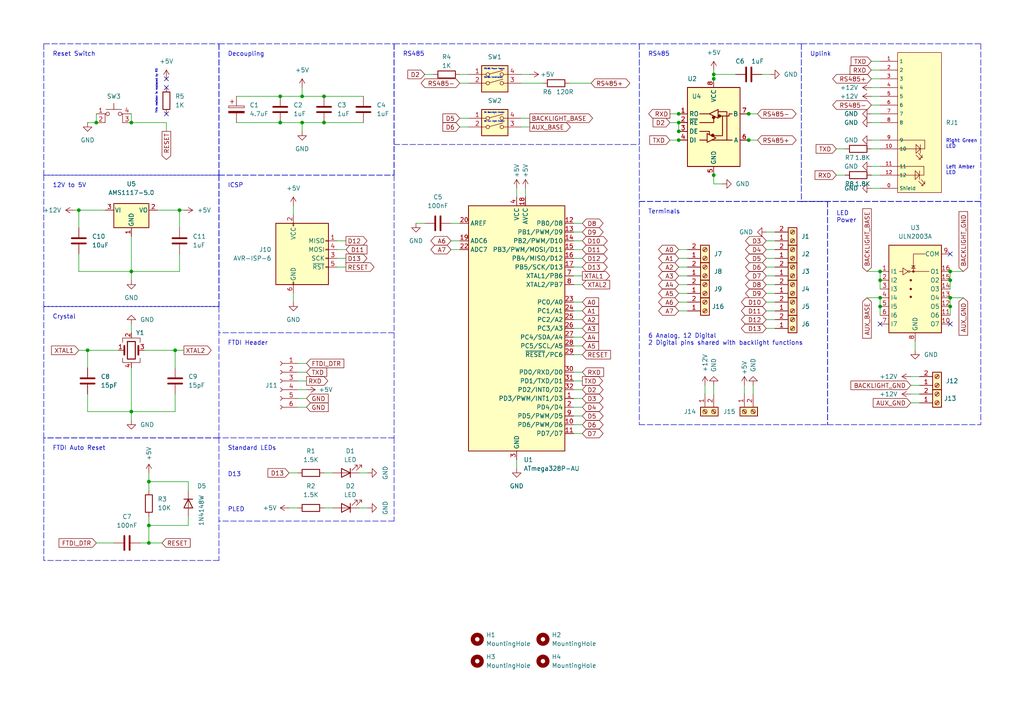
<source format=kicad_sch>
(kicad_sch (version 20211123) (generator eeschema)
  (paper "A4")
  (junction (at 52.07 60.96))
  (junction (at 207.01 50.8))
  (junction (at 81.28 27.94))
  (junction (at 196.85 38.1))
  (junction (at 93.98 35.56))
  (junction (at 255.27 88.9))
  (junction (at 196.85 40.64))
  (junction (at 255.27 78.74))
  (junction (at 93.98 27.94))
  (junction (at 207.01 21.59))
  (junction (at 217.17 40.64))
  (junction (at 207.01 22.86))
  (junction (at 38.1 35.56))
  (junction (at 196.85 33.02))
  (junction (at 43.18 152.4))
  (junction (at 22.86 60.96))
  (junction (at 275.59 78.74))
  (junction (at 275.59 86.36))
  (junction (at 196.85 35.56))
  (junction (at 38.1 78.74))
  (junction (at 43.18 157.48))
  (junction (at 87.63 35.56))
  (junction (at 255.27 86.36))
  (junction (at 275.59 81.28))
  (junction (at 255.27 81.28))
  (junction (at 217.17 33.02))
  (junction (at 25.4 101.6))
  (junction (at 275.59 88.9))
  (junction (at 50.8 101.6))
  (junction (at 38.1 119.38))
  (junction (at 87.63 27.94))
  (junction (at 43.18 139.7))
  (junction (at 81.28 35.56))
  (junction (at 27.94 35.56))
  (no_connect (at 48.26 22.86))
  (no_connect (at 275.59 73.66))
  (no_connect (at 275.59 93.98))
  (no_connect (at 255.27 93.98))
  (no_connect (at 48.26 33.02))
  (no_connect (at 48.26 25.4))
  (wire (pts (xy 168.91 82.55) (xy 166.37 82.55)))
  (wire (pts (xy 22.86 60.96) (xy 30.48 60.96)))
  (polyline (pts (xy 114.3 50.8) (xy 114.3 96.52)))
  (wire (pts (xy 22.86 78.74) (xy 38.1 78.74)))
  (wire (pts (xy 38.1 78.74) (xy 52.07 78.74)))
  (wire (pts (xy 252.73 25.4) (xy 255.27 25.4)))
  (wire (pts (xy 41.91 101.6) (xy 50.8 101.6)))
  (wire (pts (xy 104.14 147.32) (xy 106.68 147.32)))
  (wire (pts (xy 252.73 22.86) (xy 255.27 22.86)))
  (wire (pts (xy 168.91 102.87) (xy 166.37 102.87)))
  (polyline (pts (xy 63.5 50.8) (xy 114.3 50.8)))
  (wire (pts (xy 252.73 40.64) (xy 255.27 40.64)))
  (polyline (pts (xy 63.5 127) (xy 12.7 127)))
  (wire (pts (xy 54.61 152.4) (xy 43.18 152.4)))
  (wire (pts (xy 25.4 119.38) (xy 38.1 119.38)))
  (polyline (pts (xy 240.03 58.42) (xy 240.03 123.19)))
  (polyline (pts (xy 232.41 58.42) (xy 284.48 58.42)))
  (wire (pts (xy 251.46 86.36) (xy 255.27 86.36)))
  (polyline (pts (xy 12.7 50.8) (xy 12.7 88.9)))
  (polyline (pts (xy 185.42 58.42) (xy 185.42 123.19)))
  (wire (pts (xy 222.25 82.55) (xy 224.79 82.55)))
  (wire (pts (xy 43.18 139.7) (xy 43.18 142.24)))
  (wire (pts (xy 120.65 64.77) (xy 123.19 64.77)))
  (wire (pts (xy 196.85 72.39) (xy 199.39 72.39)))
  (polyline (pts (xy 114.3 41.91) (xy 185.42 41.91)))
  (polyline (pts (xy 240.03 123.19) (xy 284.48 123.19)))
  (wire (pts (xy 275.59 88.9) (xy 275.59 91.44)))
  (polyline (pts (xy 63.5 50.8) (xy 63.5 88.9)))
  (polyline (pts (xy 232.41 58.42) (xy 284.48 58.42)))
  (polyline (pts (xy 185.42 58.42) (xy 232.41 58.42)))
  (wire (pts (xy 43.18 157.48) (xy 43.18 152.4)))
  (wire (pts (xy 207.01 53.34) (xy 209.55 53.34)))
  (wire (pts (xy 166.37 95.25) (xy 168.91 95.25)))
  (wire (pts (xy 275.59 86.36) (xy 275.59 88.9)))
  (wire (pts (xy 97.79 77.47) (xy 100.33 77.47)))
  (wire (pts (xy 222.25 92.71) (xy 224.79 92.71)))
  (wire (pts (xy 93.98 35.56) (xy 105.41 35.56)))
  (polyline (pts (xy 63.5 127) (xy 12.7 127)))
  (wire (pts (xy 166.37 87.63) (xy 168.91 87.63)))
  (wire (pts (xy 207.01 20.32) (xy 207.01 21.59)))
  (wire (pts (xy 166.37 92.71) (xy 168.91 92.71)))
  (wire (pts (xy 81.28 27.94) (xy 87.63 27.94)))
  (wire (pts (xy 133.35 24.13) (xy 135.89 24.13)))
  (wire (pts (xy 242.57 50.8) (xy 245.11 50.8)))
  (polyline (pts (xy 12.7 88.9) (xy 63.5 88.9)))
  (wire (pts (xy 85.09 59.69) (xy 85.09 62.23)))
  (wire (pts (xy 22.86 60.96) (xy 22.86 66.04)))
  (wire (pts (xy 222.25 72.39) (xy 224.79 72.39)))
  (polyline (pts (xy 232.41 12.7) (xy 284.48 12.7)))
  (polyline (pts (xy 63.5 12.7) (xy 63.5 50.8)))
  (wire (pts (xy 25.4 35.56) (xy 27.94 35.56)))
  (wire (pts (xy 166.37 115.57) (xy 168.91 115.57)))
  (wire (pts (xy 87.63 25.4) (xy 87.63 27.94)))
  (wire (pts (xy 81.28 35.56) (xy 87.63 35.56)))
  (wire (pts (xy 255.27 78.74) (xy 255.27 81.28)))
  (wire (pts (xy 196.85 80.01) (xy 199.39 80.01)))
  (wire (pts (xy 43.18 139.7) (xy 54.61 139.7)))
  (wire (pts (xy 68.58 27.94) (xy 81.28 27.94)))
  (wire (pts (xy 166.37 72.39) (xy 168.91 72.39)))
  (wire (pts (xy 88.9 115.57) (xy 86.36 115.57)))
  (wire (pts (xy 196.85 82.55) (xy 199.39 82.55)))
  (wire (pts (xy 93.98 27.94) (xy 105.41 27.94)))
  (wire (pts (xy 171.45 24.13) (xy 165.1 24.13)))
  (wire (pts (xy 166.37 110.49) (xy 168.91 110.49)))
  (polyline (pts (xy 284.48 58.42) (xy 284.48 123.19)))
  (wire (pts (xy 215.9 111.76) (xy 215.9 114.3)))
  (wire (pts (xy 207.01 111.76) (xy 207.01 114.3)))
  (polyline (pts (xy 185.42 12.7) (xy 185.42 41.91)))
  (wire (pts (xy 21.59 60.96) (xy 22.86 60.96)))
  (wire (pts (xy 166.37 113.03) (xy 168.91 113.03)))
  (wire (pts (xy 87.63 35.56) (xy 93.98 35.56)))
  (polyline (pts (xy 63.5 12.7) (xy 63.5 50.8)))
  (wire (pts (xy 204.47 111.76) (xy 204.47 114.3)))
  (wire (pts (xy 50.8 119.38) (xy 38.1 119.38)))
  (wire (pts (xy 166.37 74.93) (xy 168.91 74.93)))
  (wire (pts (xy 25.4 114.3) (xy 25.4 119.38)))
  (wire (pts (xy 166.37 69.85) (xy 168.91 69.85)))
  (wire (pts (xy 43.18 137.16) (xy 43.18 139.7)))
  (wire (pts (xy 123.19 21.59) (xy 125.73 21.59)))
  (wire (pts (xy 207.01 21.59) (xy 207.01 22.86)))
  (wire (pts (xy 207.01 21.59) (xy 213.36 21.59)))
  (wire (pts (xy 279.4 78.74) (xy 275.59 78.74)))
  (wire (pts (xy 194.31 35.56) (xy 196.85 35.56)))
  (polyline (pts (xy 185.42 12.7) (xy 232.41 12.7)))
  (wire (pts (xy 87.63 35.56) (xy 87.63 38.1)))
  (wire (pts (xy 97.79 72.39) (xy 100.33 72.39)))
  (wire (pts (xy 207.01 50.8) (xy 207.01 53.34)))
  (wire (pts (xy 166.37 100.33) (xy 168.91 100.33)))
  (wire (pts (xy 43.18 152.4) (xy 43.18 149.86)))
  (polyline (pts (xy 232.41 12.7) (xy 232.41 58.42)))
  (wire (pts (xy 252.73 54.61) (xy 255.27 54.61)))
  (polyline (pts (xy 63.5 50.8) (xy 114.3 50.8)))
  (polyline (pts (xy 114.3 151.13) (xy 63.5 151.13)))
  (wire (pts (xy 50.8 114.3) (xy 50.8 119.38)))
  (polyline (pts (xy 12.7 88.9) (xy 12.7 127)))
  (wire (pts (xy 196.85 35.56) (xy 196.85 38.1)))
  (polyline (pts (xy 114.3 127) (xy 114.3 151.13)))
  (wire (pts (xy 52.07 60.96) (xy 53.34 60.96)))
  (wire (pts (xy 97.79 74.93) (xy 100.33 74.93)))
  (polyline (pts (xy 114.3 96.52) (xy 63.5 96.52)))
  (wire (pts (xy 27.94 157.48) (xy 33.02 157.48)))
  (wire (pts (xy 25.4 101.6) (xy 25.4 106.68)))
  (wire (pts (xy 87.63 27.94) (xy 93.98 27.94)))
  (wire (pts (xy 265.43 99.06) (xy 265.43 101.6)))
  (wire (pts (xy 196.85 87.63) (xy 199.39 87.63)))
  (wire (pts (xy 194.31 40.64) (xy 196.85 40.64)))
  (wire (pts (xy 38.1 68.58) (xy 38.1 78.74)))
  (wire (pts (xy 153.67 21.59) (xy 151.13 21.59)))
  (wire (pts (xy 222.25 69.85) (xy 224.79 69.85)))
  (polyline (pts (xy 63.5 50.8) (xy 12.7 50.8)))
  (wire (pts (xy 151.13 24.13) (xy 157.48 24.13)))
  (wire (pts (xy 130.81 69.85) (xy 133.35 69.85)))
  (polyline (pts (xy 63.5 88.9) (xy 12.7 88.9)))
  (wire (pts (xy 54.61 149.86) (xy 54.61 152.4)))
  (wire (pts (xy 149.86 54.61) (xy 149.86 57.15)))
  (wire (pts (xy 52.07 78.74) (xy 52.07 73.66)))
  (wire (pts (xy 196.85 85.09) (xy 199.39 85.09)))
  (wire (pts (xy 222.25 74.93) (xy 224.79 74.93)))
  (wire (pts (xy 222.25 95.25) (xy 224.79 95.25)))
  (wire (pts (xy 38.1 106.68) (xy 38.1 119.38)))
  (wire (pts (xy 222.25 77.47) (xy 224.79 77.47)))
  (wire (pts (xy 68.58 35.56) (xy 81.28 35.56)))
  (wire (pts (xy 252.73 20.32) (xy 255.27 20.32)))
  (wire (pts (xy 222.25 80.01) (xy 224.79 80.01)))
  (wire (pts (xy 38.1 33.02) (xy 38.1 35.56)))
  (wire (pts (xy 166.37 97.79) (xy 168.91 97.79)))
  (wire (pts (xy 251.46 78.74) (xy 255.27 78.74)))
  (polyline (pts (xy 114.3 12.7) (xy 114.3 50.8)))
  (polyline (pts (xy 114.3 12.7) (xy 185.42 12.7)))
  (wire (pts (xy 83.82 147.32) (xy 86.36 147.32)))
  (polyline (pts (xy 12.7 127) (xy 12.7 162.56)))
  (wire (pts (xy 88.9 118.11) (xy 86.36 118.11)))
  (wire (pts (xy 264.16 114.3) (xy 266.7 114.3)))
  (wire (pts (xy 166.37 90.17) (xy 168.91 90.17)))
  (wire (pts (xy 93.98 147.32) (xy 96.52 147.32)))
  (wire (pts (xy 255.27 86.36) (xy 255.27 88.9)))
  (wire (pts (xy 166.37 120.65) (xy 168.91 120.65)))
  (wire (pts (xy 83.82 137.16) (xy 86.36 137.16)))
  (wire (pts (xy 252.73 43.18) (xy 255.27 43.18)))
  (wire (pts (xy 151.13 34.29) (xy 153.67 34.29)))
  (wire (pts (xy 275.59 81.28) (xy 275.59 83.82)))
  (polyline (pts (xy 63.5 50.8) (xy 63.5 88.9)))
  (wire (pts (xy 218.44 111.76) (xy 218.44 114.3)))
  (wire (pts (xy 252.73 48.26) (xy 255.27 48.26)))
  (wire (pts (xy 279.4 86.36) (xy 275.59 86.36)))
  (wire (pts (xy 54.61 142.24) (xy 54.61 139.7)))
  (wire (pts (xy 252.73 35.56) (xy 255.27 35.56)))
  (polyline (pts (xy 63.5 162.56) (xy 12.7 162.56)))
  (wire (pts (xy 196.85 74.93) (xy 199.39 74.93)))
  (wire (pts (xy 220.98 21.59) (xy 223.52 21.59)))
  (wire (pts (xy 85.09 85.09) (xy 85.09 87.63)))
  (wire (pts (xy 196.85 77.47) (xy 199.39 77.47)))
  (wire (pts (xy 133.35 36.83) (xy 135.89 36.83)))
  (wire (pts (xy 264.16 109.22) (xy 266.7 109.22)))
  (wire (pts (xy 45.72 60.96) (xy 52.07 60.96)))
  (wire (pts (xy 264.16 111.76) (xy 266.7 111.76)))
  (wire (pts (xy 166.37 125.73) (xy 168.91 125.73)))
  (polyline (pts (xy 185.42 58.42) (xy 240.03 58.42)))
  (wire (pts (xy 151.13 36.83) (xy 153.67 36.83)))
  (wire (pts (xy 217.17 33.02) (xy 219.71 33.02)))
  (wire (pts (xy 38.1 78.74) (xy 38.1 81.28)))
  (wire (pts (xy 50.8 101.6) (xy 53.34 101.6)))
  (wire (pts (xy 194.31 33.02) (xy 196.85 33.02)))
  (wire (pts (xy 22.86 78.74) (xy 22.86 73.66)))
  (wire (pts (xy 149.86 133.35) (xy 149.86 135.89)))
  (wire (pts (xy 130.81 72.39) (xy 133.35 72.39)))
  (wire (pts (xy 222.25 67.31) (xy 224.79 67.31)))
  (wire (pts (xy 255.27 88.9) (xy 255.27 91.44)))
  (polyline (pts (xy 63.5 12.7) (xy 114.3 12.7)))
  (wire (pts (xy 166.37 118.11) (xy 168.91 118.11)))
  (wire (pts (xy 196.85 90.17) (xy 199.39 90.17)))
  (wire (pts (xy 252.73 27.94) (xy 255.27 27.94)))
  (wire (pts (xy 222.25 85.09) (xy 224.79 85.09)))
  (polyline (pts (xy 240.03 58.42) (xy 240.03 123.19)))
  (wire (pts (xy 133.35 34.29) (xy 135.89 34.29)))
  (wire (pts (xy 48.26 35.56) (xy 48.26 38.1)))
  (wire (pts (xy 38.1 119.38) (xy 38.1 121.92)))
  (wire (pts (xy 264.16 116.84) (xy 266.7 116.84)))
  (polyline (pts (xy 63.5 88.9) (xy 63.5 127)))
  (wire (pts (xy 168.91 80.01) (xy 166.37 80.01)))
  (wire (pts (xy 166.37 77.47) (xy 168.91 77.47)))
  (polyline (pts (xy 12.7 12.7) (xy 12.7 50.8)))
  (wire (pts (xy 255.27 81.28) (xy 255.27 83.82)))
  (polyline (pts (xy 114.3 12.7) (xy 114.3 50.8)))
  (wire (pts (xy 217.17 40.64) (xy 219.71 40.64)))
  (wire (pts (xy 222.25 87.63) (xy 224.79 87.63)))
  (wire (pts (xy 130.81 64.77) (xy 133.35 64.77)))
  (polyline (pts (xy 12.7 12.7) (xy 63.5 12.7)))
  (wire (pts (xy 275.59 78.74) (xy 275.59 81.28)))
  (wire (pts (xy 52.07 60.96) (xy 52.07 66.04)))
  (wire (pts (xy 38.1 35.56) (xy 48.26 35.56)))
  (wire (pts (xy 252.73 50.8) (xy 255.27 50.8)))
  (wire (pts (xy 133.35 21.59) (xy 135.89 21.59)))
  (polyline (pts (xy 63.5 127) (xy 63.5 162.56)))
  (wire (pts (xy 88.9 105.41) (xy 86.36 105.41)))
  (wire (pts (xy 222.25 90.17) (xy 224.79 90.17)))
  (wire (pts (xy 43.18 157.48) (xy 46.99 157.48)))
  (wire (pts (xy 166.37 107.95) (xy 168.91 107.95)))
  (wire (pts (xy 27.94 33.02) (xy 27.94 35.56)))
  (wire (pts (xy 252.73 17.78) (xy 255.27 17.78)))
  (polyline (pts (xy 185.42 123.19) (xy 240.03 123.19)))
  (wire (pts (xy 104.14 137.16) (xy 106.68 137.16)))
  (wire (pts (xy 93.98 137.16) (xy 96.52 137.16)))
  (polyline (pts (xy 185.42 12.7) (xy 185.42 58.42)))
  (wire (pts (xy 25.4 101.6) (xy 34.29 101.6)))
  (wire (pts (xy 97.79 69.85) (xy 100.33 69.85)))
  (wire (pts (xy 22.86 101.6) (xy 25.4 101.6)))
  (wire (pts (xy 50.8 101.6) (xy 50.8 106.68)))
  (polyline (pts (xy 114.3 127) (xy 63.5 127)))
  (wire (pts (xy 166.37 123.19) (xy 168.91 123.19)))
  (wire (pts (xy 252.73 30.48) (xy 255.27 30.48)))
  (polyline (pts (xy 232.41 12.7) (xy 232.41 58.42)))
  (wire (pts (xy 88.9 110.49) (xy 86.36 110.49)))
  (wire (pts (xy 252.73 33.02) (xy 255.27 33.02)))
  (wire (pts (xy 242.57 43.18) (xy 245.11 43.18)))
  (wire (pts (xy 40.64 157.48) (xy 43.18 157.48)))
  (wire (pts (xy 38.1 93.98) (xy 38.1 96.52)))
  (wire (pts (xy 166.37 64.77) (xy 168.91 64.77)))
  (wire (pts (xy 88.9 107.95) (xy 86.36 107.95)))
  (polyline (pts (xy 12.7 50.8) (xy 63.5 50.8)))
  (wire (pts (xy 88.9 113.03) (xy 86.36 113.03)))
  (polyline (pts (xy 284.48 12.7) (xy 284.48 58.42)))
  (polyline (pts (xy 114.3 96.52) (xy 114.3 127)))
  (wire (pts (xy 166.37 67.31) (xy 168.91 67.31)))
  (wire (pts (xy 152.4 54.61) (xy 152.4 57.15)))
  (text "RS485" (at 187.96 16.51 0) (effects (font (size 1.27 1.27)) (justify left bottom)))
  (text "Decoupling" (at 66.04 16.51 0) (effects (font (size 1.27 1.27)) (justify left bottom)))
  (text "Left Amber\nLED" (at 274.32 50.8 0) (effects (font (size 1.016 1.016)) (justify left bottom)))
  (text "D13" (at 66.04 138.43 0) (effects (font (size 1.27 1.27)) (justify left bottom)))
  (text "12V to 5V" (at 15.24 54.61 0) (effects (font (size 1.27 1.27)) (justify left bottom)))
  (text "Uplink" (at 234.95 16.51 0) (effects (font (size 1.27 1.27)) (justify left bottom)))
  (text "D5 Backlight Enable" (at 140.335 33.02 0) (effects (font (size 0.381 0.381)) (justify left bottom)))
  (text "RS485 Power Toggle" (at 140.335 20.32 0) (effects (font (size 0.381 0.381)) (justify left bottom)))
  (text "RS485" (at 116.84 16.51 0) (effects (font (size 1.27 1.27)) (justify left bottom)))
  (text "6 Analog, 12 Digital\n2 Digital pins shared with backlight functions" (at 187.96 100.33 0) (effects (font (size 1.27 1.27)) (justify left bottom)))
  (text "Terminals" (at 187.96 62.23 0) (effects (font (size 1.27 1.27)) (justify left bottom)))
  (text "RS485 Termination" (at 140.335 22.86 0) (effects (font (size 0.381 0.381)) (justify left bottom)))
  (text "PLED" (at 66.04 148.59 0) (effects (font (size 1.27 1.27)) (justify left bottom)))
  (text "FTDI Header" (at 66.04 100.33 0) (effects (font (size 1.27 1.27)) (justify left bottom)))
  (text "D6 Aux Light Enable" (at 140.335 35.56 0) (effects (font (size 0.381 0.381)) (justify left bottom)))
  (text "Standard LEDs" (at 66.04 130.81 0) (effects (font (size 1.27 1.27)) (justify left bottom)))
  (text "LED\nPower" (at 242.57 64.77 0) (effects (font (size 1.27 1.27)) (justify left bottom)))
  (text "Right Green\nLED" (at 274.32 43.18 0) (effects (font (size 1.016 1.016)) (justify left bottom)))
  (text "FTDI Auto Reset" (at 15.24 130.81 0) (effects (font (size 1.27 1.27)) (justify left bottom)))
  (text "Reset Switch" (at 15.24 16.51 0) (effects (font (size 1.27 1.27)) (justify left bottom)))
  (text "Crystal" (at 15.24 92.71 0) (effects (font (size 1.27 1.27)) (justify left bottom)))
  (text "ICSP" (at 66.04 54.61 0) (effects (font (size 1.27 1.27)) (justify left bottom)))
  (text "This resistor is replaced by R3" (at 45.72 33.02 90) (effects (font (size 0.54 0.54)) (justify left bottom)))
  (global_label "A1" (shape input) (at 168.91 90.17 0) (property "Intersheet References" "${INTERSHEET_REFS}" (effects hide)))
  (global_label "A1" (shape bidirectional) (at 196.85 74.93 180) (property "Intersheet References" "${INTERSHEET_REFS}" (effects hide)))
  (global_label "RXD" (shape output) (at 88.9 110.49 0) (property "Intersheet References" "${INTERSHEET_REFS}" (effects hide)))
  (global_label "RXD" (shape input) (at 168.91 107.95 0) (property "Intersheet References" "${INTERSHEET_REFS}" (effects hide)))
  (global_label "D11" (shape bidirectional) (at 222.25 90.17 180) (property "Intersheet References" "${INTERSHEET_REFS}" (effects hide)))
  (global_label "D6" (shape bidirectional) (at 222.25 77.47 180) (property "Intersheet References" "${INTERSHEET_REFS}" (effects hide)))
  (global_label "D8" (shape bidirectional) (at 222.25 82.55 180) (property "Intersheet References" "${INTERSHEET_REFS}" (effects hide)))
  (global_label "D11" (shape bidirectional) (at 168.91 72.39 0) (property "Intersheet References" "${INTERSHEET_REFS}" (effects hide)))
  (global_label "A2" (shape bidirectional) (at 196.85 77.47 180) (property "Intersheet References" "${INTERSHEET_REFS}" (effects hide)))
  (global_label "D12" (shape bidirectional) (at 168.91 74.93 0) (property "Intersheet References" "${INTERSHEET_REFS}" (effects hide)))
  (global_label "XTAL1" (shape input) (at 22.86 101.6 180) (property "Intersheet References" "${INTERSHEET_REFS}" (effects hide)))
  (global_label "A7" (shape bidirectional) (at 196.85 90.17 180) (property "Intersheet References" "${INTERSHEET_REFS}" (effects hide)))
  (global_label "D4" (shape bidirectional) (at 222.25 72.39 180) (property "Intersheet References" "${INTERSHEET_REFS}" (effects hide)))
  (global_label "A3" (shape input) (at 168.91 95.25 0) (property "Intersheet References" "${INTERSHEET_REFS}" (effects hide)))
  (global_label "D9" (shape bidirectional) (at 222.25 85.09 180) (property "Intersheet References" "${INTERSHEET_REFS}" (effects hide)))
  (global_label "GND" (shape input) (at 88.9 115.57 0) (property "Intersheet References" "${INTERSHEET_REFS}" (effects hide)))
  (global_label "BACKLIGHT_BASE" (shape input) (at 251.46 78.74 90) (property "Intersheet References" "${INTERSHEET_REFS}" (effects hide)))
  (global_label "A6" (shape bidirectional) (at 130.81 69.85 180) (property "Intersheet References" "${INTERSHEET_REFS}" (effects hide)))
  (global_label "D13" (shape input) (at 83.82 137.16 180) (property "Intersheet References" "${INTERSHEET_REFS}" (effects hide)))
  (global_label "D2" (shape input) (at 194.31 35.56 180) (property "Intersheet References" "${INTERSHEET_REFS}" (effects hide)))
  (global_label "TXD" (shape input) (at 242.57 43.18 180) (property "Intersheet References" "${INTERSHEET_REFS}" (effects hide)))
  (global_label "RESET" (shape input) (at 168.91 102.87 0) (property "Intersheet References" "${INTERSHEET_REFS}" (effects hide)))
  (global_label "A4" (shape input) (at 168.91 97.79 0) (property "Intersheet References" "${INTERSHEET_REFS}" (effects hide)))
  (global_label "AUX_BASE" (shape output) (at 153.67 36.83 0) (property "Intersheet References" "${INTERSHEET_REFS}" (effects hide)))
  (global_label "FTDI_DTR" (shape input) (at 88.9 105.41 0) (property "Intersheet References" "${INTERSHEET_REFS}" (effects hide)))
  (global_label "RS485-" (shape bidirectional) (at 133.35 24.13 180) (property "Intersheet References" "${INTERSHEET_REFS}" (effects hide)))
  (global_label "FTDI_DTR" (shape input) (at 27.94 157.48 180) (property "Intersheet References" "${INTERSHEET_REFS}" (effects hide)))
  (global_label "AUX_GND" (shape input) (at 264.16 116.84 180) (property "Intersheet References" "${INTERSHEET_REFS}" (effects hide)))
  (global_label "A4" (shape bidirectional) (at 196.85 82.55 180) (property "Intersheet References" "${INTERSHEET_REFS}" (effects hide)))
  (global_label "RS485-" (shape bidirectional) (at 252.73 30.48 180) (property "Intersheet References" "${INTERSHEET_REFS}" (effects hide)))
  (global_label "D10" (shape bidirectional) (at 222.25 87.63 180) (property "Intersheet References" "${INTERSHEET_REFS}" (effects hide)))
  (global_label "D7" (shape bidirectional) (at 168.91 125.73 0) (property "Intersheet References" "${INTERSHEET_REFS}" (effects hide)))
  (global_label "A6" (shape bidirectional) (at 196.85 87.63 180) (property "Intersheet References" "${INTERSHEET_REFS}" (effects hide)))
  (global_label "BACKLIGHT_GND" (shape input) (at 264.16 111.76 180) (property "Intersheet References" "${INTERSHEET_REFS}" (effects hide)))
  (global_label "D13" (shape bidirectional) (at 168.91 77.47 0) (property "Intersheet References" "${INTERSHEET_REFS}" (effects hide)))
  (global_label "A0" (shape bidirectional) (at 196.85 72.39 180) (property "Intersheet References" "${INTERSHEET_REFS}" (effects hide)))
  (global_label "XTAL1" (shape output) (at 168.91 80.01 0) (property "Intersheet References" "${INTERSHEET_REFS}" (effects hide)))
  (global_label "D5" (shape bidirectional) (at 222.25 74.93 180) (property "Intersheet References" "${INTERSHEET_REFS}" (effects hide)))
  (global_label "RESET" (shape input) (at 46.99 157.48 0) (property "Intersheet References" "${INTERSHEET_REFS}" (effects hide)))
  (global_label "D13" (shape output) (at 100.33 74.93 0) (property "Intersheet References" "${INTERSHEET_REFS}" (effects hide)))
  (global_label "D3" (shape bidirectional) (at 168.91 115.57 0) (property "Intersheet References" "${INTERSHEET_REFS}" (effects hide)))
  (global_label "A5" (shape bidirectional) (at 196.85 85.09 180) (property "Intersheet References" "${INTERSHEET_REFS}" (effects hide)))
  (global_label "RS485+" (shape bidirectional) (at 171.45 24.13 0) (property "Intersheet References" "${INTERSHEET_REFS}" (effects hide)))
  (global_label "D10" (shape bidirectional) (at 168.91 69.85 0) (property "Intersheet References" "${INTERSHEET_REFS}" (effects hide)))
  (global_label "D5" (shape bidirectional) (at 168.91 120.65 0) (property "Intersheet References" "${INTERSHEET_REFS}" (effects hide)))
  (global_label "D11" (shape input) (at 100.33 72.39 0) (property "Intersheet References" "${INTERSHEET_REFS}" (effects hide)))
  (global_label "A3" (shape bidirectional) (at 196.85 80.01 180) (property "Intersheet References" "${INTERSHEET_REFS}" (effects hide)))
  (global_label "D9" (shape bidirectional) (at 168.91 67.31 0) (property "Intersheet References" "${INTERSHEET_REFS}" (effects hide)))
  (global_label "XTAL2" (shape input) (at 168.91 82.55 0) (property "Intersheet References" "${INTERSHEET_REFS}" (effects hide)))
  (global_label "GND" (shape input) (at 88.9 118.11 0) (property "Intersheet References" "${INTERSHEET_REFS}" (effects hide)))
  (global_label "A5" (shape input) (at 168.91 100.33 0) (property "Intersheet References" "${INTERSHEET_REFS}" (effects hide)))
  (global_label "RS485+" (shape bidirectional) (at 219.71 40.64 0) (property "Intersheet References" "${INTERSHEET_REFS}" (effects hide)))
  (global_label "D13" (shape bidirectional) (at 222.25 95.25 180) (property "Intersheet References" "${INTERSHEET_REFS}" (effects hide)))
  (global_label "RXD" (shape input) (at 242.57 50.8 180) (property "Intersheet References" "${INTERSHEET_REFS}" (effects hide)))
  (global_label "D5" (shape input) (at 133.35 34.29 180) (property "Intersheet References" "${INTERSHEET_REFS}" (effects hide)))
  (global_label "TXD" (shape output) (at 168.91 110.49 0) (property "Intersheet References" "${INTERSHEET_REFS}" (effects hide)))
  (global_label "D2" (shape input) (at 123.19 21.59 180) (property "Intersheet References" "${INTERSHEET_REFS}" (effects hide)))
  (global_label "D6" (shape input) (at 133.35 36.83 180) (property "Intersheet References" "${INTERSHEET_REFS}" (effects hide)))
  (global_label "D12" (shape bidirectional) (at 222.25 92.71 180) (property "Intersheet References" "${INTERSHEET_REFS}" (effects hide)))
  (global_label "D7" (shape bidirectional) (at 222.25 80.01 180) (property "Intersheet References" "${INTERSHEET_REFS}" (effects hide)))
  (global_label "D4" (shape bidirectional) (at 168.91 118.11 0) (property "Intersheet References" "${INTERSHEET_REFS}" (effects hide)))
  (global_label "D12" (shape output) (at 100.33 69.85 0) (property "Intersheet References" "${INTERSHEET_REFS}" (effects hide)))
  (global_label "D8" (shape bidirectional) (at 168.91 64.77 0) (property "Intersheet References" "${INTERSHEET_REFS}" (effects hide)))
  (global_label "RS485+" (shape bidirectional) (at 252.73 22.86 180) (property "Intersheet References" "${INTERSHEET_REFS}" (effects hide)))
  (global_label "XTAL2" (shape output) (at 53.34 101.6 0) (property "Intersheet References" "${INTERSHEET_REFS}" (effects hide)))
  (global_label "BACKLIGHT_BASE" (shape output) (at 153.67 34.29 0) (property "Intersheet References" "${INTERSHEET_REFS}" (effects hide)))
  (global_label "AUX_BASE" (shape input) (at 251.46 86.36 270) (property "Intersheet References" "${INTERSHEET_REFS}" (effects hide)))
  (global_label "A0" (shape input) (at 168.91 87.63 0) (property "Intersheet References" "${INTERSHEET_REFS}" (effects hide)))
  (global_label "A2" (shape input) (at 168.91 92.71 0) (property "Intersheet References" "${INTERSHEET_REFS}" (effects hide)))
  (global_label "D6" (shape bidirectional) (at 168.91 123.19 0) (property "Intersheet References" "${INTERSHEET_REFS}" (effects hide)))
  (global_label "BACKLIGHT_GND" (shape input) (at 279.4 78.74 90) (property "Intersheet References" "${INTERSHEET_REFS}" (effects hide)))
  (global_label "TXD" (shape input) (at 88.9 107.95 0) (property "Intersheet References" "${INTERSHEET_REFS}" (effects hide)))
  (global_label "RXD" (shape output) (at 194.31 33.02 180) (property "Intersheet References" "${INTERSHEET_REFS}" (effects hide)))
  (global_label "RS485-" (shape bidirectional) (at 219.71 33.02 0) (property "Intersheet References" "${INTERSHEET_REFS}" (effects hide)))
  (global_label "RESET" (shape output) (at 48.26 38.1 270) (property "Intersheet References" "${INTERSHEET_REFS}" (effects hide)))
  (global_label "TXD" (shape input) (at 252.73 17.78 180) (property "Intersheet References" "${INTERSHEET_REFS}" (effects hide)))
  (global_label "TXD" (shape input) (at 194.31 40.64 180) (property "Intersheet References" "${INTERSHEET_REFS}" (effects hide)))
  (global_label "AUX_GND" (shape input) (at 279.4 86.36 270) (property "Intersheet References" "${INTERSHEET_REFS}" (effects hide)))
  (global_label "A7" (shape bidirectional) (at 130.81 72.39 180) (property "Intersheet References" "${INTERSHEET_REFS}" (effects hide)))
  (global_label "RESET" (shape output) (at 100.33 77.47 0) (property "Intersheet References" "${INTERSHEET_REFS}" (effects hide)))
  (global_label "D3" (shape bidirectional) (at 222.25 69.85 180) (property "Intersheet References" "${INTERSHEET_REFS}" (effects hide)))
  (global_label "D2" (shape bidirectional) (at 168.91 113.03 0) (property "Intersheet References" "${INTERSHEET_REFS}" (effects hide)))
  (global_label "RXD" (shape input) (at 252.73 20.32 180) (property "Intersheet References" "${INTERSHEET_REFS}" (effects hide)))
  (symbol (lib_id "Connector:Screw_Terminal_01x02") (at 271.78 116.84 0) (mirror x) (unit 1)
    (property "Reference" "J13" (at 275.59 115.57 0))
    (property "Value" "Screw_Terminal_01x02" (effects hide))
    (property "Footprint" "A10 KiCad Libraries:CONN-TH_XY308-2.54-2P" (effects hide))
    (property "LCSC" "C557685" (effects hide))
  )
  (symbol (lib_id "Device:D") (at 54.61 146.05 270) (unit 1)
    (property "Reference" "D5" (at 57.15 140.97 90) (effects (justify left)))
    (property "Value" "1N4148W" (at 58.42 143.51 0) (effects (justify left)))
    (property "Footprint" "Diode_SMD:D_SOD-123" (effects hide))
    (property "LCSC" "C81598" (effects hide))
  )
  (symbol (lib_id "power:GND") (at 209.55 53.34 90) (unit 1)
    (property "Reference" "#PWR0109" (effects hide))
    (property "Value" "GND" (at 213.36 53.3399 90) (effects (justify right)))
  )
  (symbol (lib_id "power:+5V") (at 149.86 54.61 0) (unit 1)
    (property "Reference" "#PWR0124" (effects hide))
    (property "Value" "+5V" (at 149.86 49.53 90))
  )
  (symbol (lib_id "Switch:SW_DIP_x02") (at 143.51 24.13 0) (unit 1)
    (property "Reference" "SW1" (at 143.51 16.51 0))
    (property "Value" "SW_DIP_x02" (effects hide))
    (property "Footprint" "A10 KiCad Libraries:SW-SMD_DSHP02TSGER" (effects hide))
    (property "LCSC" "C367376" (effects hide))
  )
  (symbol (lib_id "Device:C") (at 36.83 157.48 270) (unit 1)
    (property "Reference" "C7" (at 36.83 149.86 90))
    (property "Value" "100nF" (at 36.83 152.4 90))
    (property "Footprint" "A10 KiCad Libraries:C0402" (effects hide))
    (property "LCSC" "C1525" (effects hide))
  )
  (symbol (lib_id "power:GND") (at 223.52 21.59 90) (unit 1)
    (property "Reference" "#PWR0128" (effects hide))
    (property "Value" "GND" (at 227.33 21.5899 90) (effects (justify right)))
  )
  (symbol (lib_id "power:GND") (at 38.1 121.92 0) (unit 1)
    (property "Reference" "#PWR0123" (effects hide))
    (property "Value" "GND" (at 40.64 123.1899 0) (effects (justify left)))
  )
  (symbol (lib_id "power:+12V") (at 21.59 60.96 90) (unit 1)
    (property "Reference" "#PWR0103" (effects hide))
    (property "Value" "+12V" (at 17.78 60.9599 90) (effects (justify left)))
  )
  (symbol (lib_id "power:GND") (at 38.1 81.28 0) (unit 1)
    (property "Reference" "#PWR0121" (effects hide))
    (property "Value" "GND" (at 38.1 86.36 0))
  )
  (symbol (lib_id "Device:R") (at 90.17 137.16 90) (unit 1)
    (property "Reference" "R1" (at 90.17 130.81 90))
    (property "Value" "1.5K" (at 90.17 133.35 90))
    (property "Footprint" "Resistor_SMD:R_0805_2012Metric" (effects hide))
    (property "LCSC" "C4310" (effects hide))
  )
  (symbol (lib_id "Device:LED") (at 100.33 137.16 180) (unit 1)
    (property "Reference" "D1" (at 101.6 130.81 0))
    (property "Value" "LED" (at 101.6 133.35 0))
    (property "Footprint" "LED_SMD:LED_0603_1608Metric" (effects hide))
    (property "LCSC" "C72041" (effects hide))
  )
  (symbol (lib_id "power:+5V") (at 88.9 113.03 270) (mirror x) (unit 1)
    (property "Reference" "#PWR0117" (effects hide))
    (property "Value" "+5V" (at 96.52 113.03 90) (effects (justify right)))
  )
  (symbol (lib_id "power:+5V") (at 53.34 60.96 270) (unit 1)
    (property "Reference" "#PWR0106" (effects hide))
    (property "Value" "+5V" (at 57.15 60.9599 90) (effects (justify left)))
  )
  (symbol (lib_id "power:GND") (at 106.68 137.16 90) (unit 1)
    (property "Reference" "#PWR0115" (effects hide))
    (property "Value" "GND" (at 111.76 137.16 0))
  )
  (symbol (lib_id "power:+5V") (at 87.63 25.4 0) (unit 1)
    (property "Reference" "#PWR0114" (effects hide))
    (property "Value" "+5V" (at 87.63 20.32 0))
  )
  (symbol (lib_id "Connector:Screw_Terminal_01x02") (at 229.87 85.09 0) (mirror x) (unit 1)
    (property "Reference" "J4" (at 233.68 83.82 0))
    (property "Value" "Screw_Terminal_01x02" (effects hide))
    (property "Footprint" "A10 KiCad Libraries:CONN-TH_XY308-2.54-2P" (effects hide))
    (property "LCSC" "C557685" (effects hide))
  )
  (symbol (lib_id "Mechanical:MountingHole") (at 157.48 191.77 0) (unit 1)
    (property "Reference" "H4" (at 160.02 190.4999 0) (effects (justify left)))
    (property "Value" "MountingHole" (at 160.02 193.0399 0) (effects (justify left)))
    (property "Footprint" "MountingHole:MountingHole_3.2mm_M3" (effects hide))
  )
  (symbol (lib_id "Device:C") (at 52.07 69.85 0) (unit 1)
    (property "Reference" "C11" (at 55.88 68.5799 0) (effects (justify left)))
    (property "Value" "1uF" (at 55.88 71.1199 0) (effects (justify left)))
    (property "Footprint" "A10 KiCad Libraries:C0402" (effects hide))
    (property "LCSC" "C52923" (effects hide))
  )
  (symbol (lib_id "Device:LED") (at 100.33 147.32 180) (unit 1)
    (property "Reference" "D2" (at 101.6 140.97 0))
    (property "Value" "LED" (at 101.6 143.51 0))
    (property "Footprint" "LED_SMD:LED_0603_1608Metric" (effects hide))
    (property "LCSC" "C72041" (effects hide))
  )
  (symbol (lib_id "Connector:Screw_Terminal_01x02") (at 271.78 111.76 0) (mirror x) (unit 1)
    (property "Reference" "J12" (at 274.32 110.49 0) (effects (justify left)))
    (property "Value" "Screw_Terminal_01x02" (effects hide))
    (property "Footprint" "A10 KiCad Libraries:CONN-TH_XY308-2.54-2P" (effects hide))
    (property "LCSC" "C557685" (effects hide))
  )
  (symbol (lib_id "power:+5V") (at 85.09 59.69 0) (unit 1)
    (property "Reference" "#PWR0113" (effects hide))
    (property "Value" "+5V" (at 85.09 54.61 0))
  )
  (symbol (lib_id "power:GND") (at 106.68 147.32 90) (unit 1)
    (property "Reference" "#PWR0116" (effects hide))
    (property "Value" "GND" (at 111.76 147.32 0))
  )
  (symbol (lib_id "Device:R") (at 129.54 21.59 270) (mirror x) (unit 1)
    (property "Reference" "R4" (at 129.54 16.51 90))
    (property "Value" "1K" (at 129.54 19.05 90))
    (property "Footprint" "Resistor_SMD:R_0805_2012Metric" (effects hide))
    (property "LCSC" "C17513" (effects hide))
  )
  (symbol (lib_id "power:GND") (at 149.86 135.89 0) (unit 1)
    (property "Reference" "#PWR0129" (effects hide))
    (property "Value" "GND" (at 149.86 140.97 0))
  )
  (symbol (lib_id "Connector:Screw_Terminal_01x02") (at 204.47 74.93 0) (mirror x) (unit 1)
    (property "Reference" "J7" (at 208.28 73.66 0))
    (property "Value" "Screw_Terminal_01x02" (effects hide))
    (property "Footprint" "A10 KiCad Libraries:CONN-TH_XY308-2.54-2P" (effects hide))
    (property "LCSC" "C557685" (effects hide))
  )
  (symbol (lib_id "Device:C") (at 81.28 31.75 0) (unit 1)
    (property "Reference" "C2" (at 85.09 30.4799 0) (effects (justify left)))
    (property "Value" "1uF" (at 85.09 33.0199 0) (effects (justify left)))
    (property "Footprint" "A10 KiCad Libraries:C0402" (effects hide))
    (property "LCSC" "C52923" (effects hide))
  )
  (symbol (lib_id "Connector:Screw_Terminal_01x02") (at 229.87 95.25 0) (mirror x) (unit 1)
    (property "Reference" "J6" (at 233.68 93.98 0))
    (property "Value" "Screw_Terminal_01x02" (effects hide))
    (property "Footprint" "A10 KiCad Libraries:CONN-TH_XY308-2.54-2P" (effects hide))
    (property "LCSC" "C557685" (effects hide))
  )
  (symbol (lib_id "Connector:Screw_Terminal_01x02") (at 204.47 80.01 0) (mirror x) (unit 1)
    (property "Reference" "J8" (at 208.28 78.74 0))
    (property "Value" "Screw_Terminal_01x02" (effects hide))
    (property "Footprint" "A10 KiCad Libraries:CONN-TH_XY308-2.54-2P" (effects hide))
    (property "LCSC" "C557685" (effects hide))
  )
  (symbol (lib_id "Connector:AVR-ISP-6") (at 87.63 74.93 0) (unit 1)
    (property "Reference" "J10" (at 78.74 72.3899 0) (effects (justify right)))
    (property "Value" "AVR-ISP-6" (at 78.74 74.9299 0) (effects (justify right)))
    (property "Footprint" "Connector_PinHeader_2.54mm:PinHeader_2x03_P2.54mm_Vertical" (effects hide))
    (property "Datasheet" " ~" (effects hide))
    (property "LCSC" "C492420" (effects hide))
  )
  (symbol (lib_id "Connector:Conn_01x06_Female") (at 81.28 110.49 0) (mirror y) (unit 1)
    (property "Reference" "J11" (at 78.74 111.76 0))
    (property "Value" "Conn_01x06_Female" (effects hide))
    (property "Footprint" "Connector_PinSocket_2.54mm:PinSocket_1x06_P2.54mm_Vertical" (effects hide))
    (property "LCSC" "C40877" (effects hide))
  )
  (symbol (lib_id "Device:C") (at 22.86 69.85 0) (unit 1)
    (property "Reference" "C10" (at 26.67 68.5799 0) (effects (justify left)))
    (property "Value" "10uF" (at 26.67 71.1199 0) (effects (justify left)))
    (property "Footprint" "A10 KiCad Libraries:C0402" (effects hide))
    (property "LCSC" "C15525" (effects hide))
  )
  (symbol (lib_id "power:+5V") (at 153.67 21.59 270) (mirror x) (unit 1)
    (property "Reference" "#PWR01" (effects hide))
    (property "Value" "+5V" (at 158.75 21.59 90))
  )
  (symbol (lib_id "Switch:SW_DIP_x02") (at 143.51 36.83 0) (unit 1)
    (property "Reference" "SW2" (at 143.51 29.21 0))
    (property "Value" "SW_DIP_x02" (effects hide))
    (property "Footprint" "A10 KiCad Libraries:SW-SMD_DSHP02TSGER" (effects hide))
    (property "LCSC" "C367376" (effects hide))
  )
  (symbol (lib_id "Transistor_Array:ULN2003A") (at 265.43 83.82 0) (unit 1)
    (property "Reference" "U3" (at 265.43 66.04 0))
    (property "Value" "ULN2003A" (at 265.43 68.58 0))
    (property "Footprint" "A10 KiCad Libraries:SOP-16_L10.0-W3.9-P1.27-LS6.0-BL" (effects hide))
    (property "Datasheet" "http://www.ti.com/lit/ds/symlink/uln2003a.pdf" (effects hide))
    (property "LCSC" "C7512" (effects hide))
  )
  (symbol (lib_id "power:GND") (at 265.43 101.6 0) (unit 1)
    (property "Reference" "#PWR0138" (effects hide))
    (property "Value" "GND" (at 267.97 102.8699 0) (effects (justify left)))
  )
  (symbol (lib_id "power:+5V") (at 48.26 22.86 0) (unit 1)
    (property "Reference" "#PWR0105" (effects hide))
    (property "Value" "+5V" (at 48.26 17.78 0))
  )
  (symbol (lib_id "power:+12V") (at 204.47 111.76 0) (unit 1)
    (property "Reference" "#PWR0143" (effects hide))
    (property "Value" "+12V" (at 204.47 107.95 90) (effects (justify left)))
  )
  (symbol (lib_id "power:GND") (at 252.73 35.56 270) (unit 1)
    (property "Reference" "#PWR0133" (effects hide))
    (property "Value" "GND" (at 248.92 35.5599 90) (effects (justify right)))
  )
  (symbol (lib_id "Connector:Screw_Terminal_01x02") (at 229.87 90.17 0) (mirror x) (unit 1)
    (property "Reference" "J5" (at 233.68 88.9 0))
    (property "Value" "Screw_Terminal_01x02" (effects hide))
    (property "Footprint" "A10 KiCad Libraries:CONN-TH_XY308-2.54-2P" (effects hide))
    (property "LCSC" "C557685" (effects hide))
  )
  (symbol (lib_id "Mechanical:MountingHole") (at 138.43 191.77 0) (unit 1)
    (property "Reference" "H3" (at 140.97 190.4999 0) (effects (justify left)))
    (property "Value" "MountingHole" (at 140.97 193.0399 0) (effects (justify left)))
    (property "Footprint" "MountingHole:MountingHole_3.2mm_M3" (effects hide))
  )
  (symbol (lib_id "Device:C") (at 25.4 110.49 180) (unit 1)
    (property "Reference" "C8" (at 29.21 109.2199 0) (effects (justify right)))
    (property "Value" "15pF" (at 29.21 111.7599 0) (effects (justify right)))
    (property "Footprint" "A10 KiCad Libraries:C0402" (effects hide))
    (property "LCSC" "C1548" (effects hide))
  )
  (symbol (lib_id "Device:R") (at 48.26 29.21 0) (unit 1) (in_bom no) (on_board no)
    (property "Reference" "R5" (at 50.8 27.9399 0) (effects (justify left)))
    (property "Value" "1K" (at 50.8 30.4799 0) (effects (justify left)))
    (property "Footprint" "Resistor_SMD:R_0805_2012Metric" (effects hide))
    (property "LCSC" "C17513" (effects hide))
  )
  (symbol (lib_id "Device:C") (at 93.98 31.75 0) (unit 1)
    (property "Reference" "C3" (at 97.79 30.4799 0) (effects (justify left)))
    (property "Value" "1uF" (at 97.79 33.0199 0) (effects (justify left)))
    (property "Footprint" "A10 KiCad Libraries:C0402" (effects hide))
    (property "LCSC" "C52923" (effects hide))
  )
  (symbol (lib_id "power:+5V") (at 152.4 54.61 0) (unit 1)
    (property "Reference" "#PWR0125" (effects hide))
    (property "Value" "+5V" (at 152.4 49.53 90))
  )
  (symbol (lib_id "Device:C") (at 217.17 21.59 90) (unit 1)
    (property "Reference" "C6" (at 214.63 17.78 90))
    (property "Value" "1uF" (at 219.71 17.78 90))
    (property "Footprint" "A10 KiCad Libraries:C0402" (effects hide))
    (property "LCSC" "C52923" (effects hide))
  )
  (symbol (lib_id "Mechanical:MountingHole") (at 157.48 185.42 0) (unit 1)
    (property "Reference" "H2" (at 160.02 184.1499 0) (effects (justify left)))
    (property "Value" "MountingHole" (at 160.02 186.6899 0) (effects (justify left)))
    (property "Footprint" "MountingHole:MountingHole_3.2mm_M3" (effects hide))
  )
  (symbol (lib_id "A10:MAX487") (at 207.01 36.83 0) (unit 1) (in_bom no)
    (property "Reference" "U4" (at 200.66 27.94 0) (effects (justify left)))
    (property "Value" "MAX487CPA+" (effects hide))
    (property "Footprint" "Package_DIP:DIP-8_W7.62mm" (effects hide))
    (property "Datasheet" "https://datasheets.maximintegrated.com/en/ds/MAX1487E-MAX491E.pdf" (effects hide))
  )
  (symbol (lib_id "Device:R") (at 161.29 24.13 270) (unit 1)
    (property "Reference" "R6" (at 158.75 26.67 90))
    (property "Value" "120R" (at 163.83 26.67 90))
    (property "Footprint" "Resistor_SMD:R_0805_2012Metric" (effects hide))
    (property "LCSC" "C17437" (effects hide))
  )
  (symbol (lib_id "Device:R") (at 43.18 146.05 0) (unit 1)
    (property "Reference" "R3" (at 45.72 144.7799 0) (effects (justify left)))
    (property "Value" "10K" (at 45.72 147.3199 0) (effects (justify left)))
    (property "Footprint" "Resistor_SMD:R_0805_2012Metric" (effects hide))
    (property "LCSC" "C17414" (effects hide))
  )
  (symbol (lib_id "power:GND") (at 252.73 33.02 270) (unit 1)
    (property "Reference" "#PWR0136" (effects hide))
    (property "Value" "GND" (at 248.92 33.0199 90) (effects (justify right)))
  )
  (symbol (lib_id "power:+5V") (at 207.01 20.32 0) (unit 1)
    (property "Reference" "#PWR0127" (effects hide))
    (property "Value" "+5V" (at 207.01 15.24 0))
  )
  (symbol (lib_id "Device:C") (at 105.41 31.75 0) (unit 1)
    (property "Reference" "C4" (at 109.22 30.4799 0) (effects (justify left)))
    (property "Value" "1uF" (at 109.22 33.0199 0) (effects (justify left)))
    (property "Footprint" "A10 KiCad Libraries:C0402" (effects hide))
    (property "LCSC" "C52923" (effects hide))
  )
  (symbol (lib_id "Connector:Screw_Terminal_01x02") (at 204.47 119.38 90) (mirror x) (unit 1)
    (property "Reference" "J14" (at 201.93 119.38 90) (effects (justify left)))
    (property "Value" "Screw_Terminal_01x02" (effects hide))
    (property "Footprint" "A10 KiCad Libraries:CONN-TH_XY308-2.54-2P" (effects hide))
    (property "LCSC" "C557685" (effects hide))
  )
  (symbol (lib_id "power:GND") (at 207.01 111.76 180) (unit 1)
    (property "Reference" "#PWR0102" (effects hide))
    (property "Value" "GND" (at 207.01 107.95 90) (effects (justify right)))
  )
  (symbol (lib_id "Connector:Screw_Terminal_01x02") (at 204.47 90.17 0) (mirror x) (unit 1)
    (property "Reference" "J16" (at 208.28 88.9 0))
    (property "Value" "Screw_Terminal_01x02" (effects hide))
    (property "Footprint" "A10 KiCad Libraries:CONN-TH_XY308-2.54-2P" (effects hide))
    (property "LCSC" "C557685" (effects hide))
  )
  (symbol (lib_id "power:GND") (at 87.63 38.1 0) (unit 1)
    (property "Reference" "#PWR0112" (effects hide))
    (property "Value" "GND" (at 87.63 43.18 0))
  )
  (symbol (lib_id "Connector:Screw_Terminal_01x02") (at 229.87 74.93 0) (mirror x) (unit 1)
    (property "Reference" "J2" (at 233.68 73.66 0))
    (property "Value" "Screw_Terminal_01x02" (effects hide))
    (property "Footprint" "A10 KiCad Libraries:CONN-TH_XY308-2.54-2P" (effects hide))
    (property "LCSC" "C557685" (effects hide))
  )
  (symbol (lib_id "power:+12V") (at 252.73 25.4 90) (unit 1)
    (property "Reference" "#PWR0131" (effects hide))
    (property "Value" "+12V" (at 248.92 25.3999 90) (effects (justify left)))
  )
  (symbol (lib_id "power:+5V") (at 83.82 147.32 90) (unit 1)
    (property "Reference" "#PWR0119" (effects hide))
    (property "Value" "+5V" (at 76.2 147.32 90) (effects (justify right)))
  )
  (symbol (lib_id "A10:RJ45-B-1*1") (at 266.7 35.56 0) (unit 1)
    (property "Reference" "RJ1" (at 274.32 35.5599 0) (effects (justify left)))
    (property "Value" "RJ45-B-1*1" (effects hide))
    (property "Footprint" "A10 KiCad Libraries:RJ45-TH_B-1-1" (effects hide))
    (property "LCSC" "C138392" (effects hide))
  )
  (symbol (lib_id "A10:MAX487") (at 207.01 36.83 0) (unit 1)
    (property "Reference" "U2" (at 199.39 22.86 0) (effects (justify left)))
    (property "Value" "MAX487ESA+T" (effects hide))
    (property "Footprint" "A10 KiCad Libraries:SOIC-8_L5.0-W4.0-P1.27-LS6.0-BL" (effects hide))
    (property "Datasheet" "https://datasheets.maximintegrated.com/en/ds/MAX1487E-MAX491E.pdf" (effects hide))
    (property "LCSC" "C9953" (effects hide))
  )
  (symbol (lib_id "power:+12V") (at 264.16 114.3 90) (unit 1)
    (property "Reference" "#PWR0140" (effects hide))
    (property "Value" "+12V" (at 260.35 114.2999 90) (effects (justify left)))
  )
  (symbol (lib_id "Device:R") (at 90.17 147.32 90) (unit 1)
    (property "Reference" "R2" (at 90.17 140.97 90))
    (property "Value" "1.5K" (at 90.17 143.51 90))
    (property "Footprint" "Resistor_SMD:R_0805_2012Metric" (effects hide))
    (property "LCSC" "C4310" (effects hide))
  )
  (symbol (lib_id "Device:R") (at 248.92 50.8 270) (unit 1)
    (property "Reference" "R8" (at 246.38 53.34 90))
    (property "Value" "1.8K" (at 250.19 53.34 90))
    (property "Footprint" "Resistor_SMD:R_0805_2012Metric" (effects hide))
    (property "LCSC" "C17398" (effects hide))
  )
  (symbol (lib_id "power:GND") (at 25.4 35.56 0) (unit 1)
    (property "Reference" "#PWR0104" (effects hide))
    (property "Value" "GND" (at 25.4 40.64 0))
  )
  (symbol (lib_id "Connector:Screw_Terminal_01x02") (at 229.87 69.85 0) (mirror x) (unit 1)
    (property "Reference" "J1" (at 232.41 68.5801 0) (effects (justify left)))
    (property "Value" "Screw_Terminal_01x02" (effects hide))
    (property "Footprint" "A10 KiCad Libraries:CONN-TH_XY308-2.54-2P" (effects hide))
    (property "LCSC" "C557685" (effects hide))
  )
  (symbol (lib_id "power:GND") (at 85.09 87.63 0) (unit 1)
    (property "Reference" "#PWR0120" (effects hide))
    (property "Value" "GND" (at 85.09 92.71 0))
  )
  (symbol (lib_id "Switch:SW_MEC_5E") (at 33.02 35.56 0) (unit 1)
    (property "Reference" "SW3" (at 33.02 27.94 0))
    (property "Value" "SW_MEC_5E" (effects hide))
    (property "Footprint" "A10 KiCad Libraries:SW-SMD_4P-L5.1-W5.1-P3.70-LS6.5-TL-2" (effects hide))
    (property "Datasheet" "http://www.apem.com/int/index.php?controller=attachment&id_attachment=1371" (effects hide))
    (property "LCSC" "C318884" (effects hide))
  )
  (symbol (lib_id "power:+5V") (at 215.9 111.76 0) (unit 1)
    (property "Reference" "#PWR0145" (effects hide))
    (property "Value" "+5V" (at 215.9 106.68 90))
  )
  (symbol (lib_id "Device:R") (at 248.92 43.18 270) (unit 1)
    (property "Reference" "R7" (at 246.38 45.72 90))
    (property "Value" "1.8K" (at 250.19 45.72 90))
    (property "Footprint" "Resistor_SMD:R_0805_2012Metric" (effects hide))
    (property "LCSC" "C17398" (effects hide))
  )
  (symbol (lib_id "Device:C") (at 127 64.77 90) (unit 1)
    (property "Reference" "C5" (at 127 57.15 90))
    (property "Value" "100nF" (at 127 59.69 90))
    (property "Footprint" "A10 KiCad Libraries:C0402" (effects hide))
    (property "LCSC" "C1525" (effects hide))
  )
  (symbol (lib_id "Connector:Screw_Terminal_01x02") (at 229.87 80.01 0) (mirror x) (unit 1)
    (property "Reference" "J3" (at 233.68 78.74 0))
    (property "Value" "Screw_Terminal_01x02" (effects hide))
    (property "Footprint" "A10 KiCad Libraries:CONN-TH_XY308-2.54-2P" (effects hide))
    (property "LCSC" "C557685" (effects hide))
  )
  (symbol (lib_id "power:GND") (at 120.65 64.77 0) (unit 1)
    (property "Reference" "#PWR0111" (effects hide))
    (property "Value" "GND" (at 120.65 69.85 0))
  )
  (symbol (lib_id "power:GND") (at 252.73 40.64 270) (unit 1)
    (property "Reference" "#PWR0134" (effects hide))
    (property "Value" "GND" (at 248.92 40.6399 90) (effects (justify right)))
  )
  (symbol (lib_id "power:+12V") (at 264.16 109.22 90) (unit 1)
    (property "Reference" "#PWR0118" (effects hide))
    (property "Value" "+12V" (at 260.35 109.2199 90) (effects (justify left)))
  )
  (symbol (lib_id "power:+5V") (at 43.18 137.16 0) (unit 1)
    (property "Reference" "#PWR0101" (effects hide))
    (property "Value" "+5V" (at 43.18 129.54 90) (effects (justify right)))
  )
  (symbol (lib_id "power:GND") (at 218.44 111.76 180) (unit 1)
    (property "Reference" "#PWR0108" (effects hide))
    (property "Value" "GND" (at 218.44 107.95 90) (effects (justify right)))
  )
  (symbol (lib_id "power:GND") (at 252.73 48.26 270) (unit 1)
    (property "Reference" "#PWR0137" (effects hide))
    (property "Value" "GND" (at 248.92 48.2599 90) (effects (justify right)))
  )
  (symbol (lib_id "MCU_Microchip_ATmega:ATmega328P-A") (at 149.86 95.25 0) (unit 1)
    (property "Reference" "U1" (at 151.8794 133.35 0) (effects (justify left)))
    (property "Value" "ATmega328P-AU" (at 151.8794 135.89 0) (effects (justify left)))
    (property "Footprint" "Package_QFP:TQFP-32_7x7mm_P0.8mm" (effects hide))
    (property "Datasheet" "http://ww1.microchip.com/downloads/en/DeviceDoc/ATmega328_P%20AVR%20MCU%20with%20picoPower%20Technology%20Data%20Sheet%2040001984A.pdf" (effects hide))
    (property "LCSC" "C14877" (effects hide))
  )
  (symbol (lib_id "power:GND") (at 222.25 67.31 270) (unit 1)
    (property "Reference" "#PWR0107" (effects hide))
    (property "Value" "GND" (at 218.44 67.3099 90) (effects (justify right)))
  )
  (symbol (lib_id "Regulator_Linear:AMS1117-5.0") (at 38.1 60.96 0) (unit 1)
    (property "Reference" "U5" (at 38.1 53.34 0))
    (property "Value" "AMS1117-5.0" (at 38.1 55.88 0))
    (property "Footprint" "Package_TO_SOT_SMD:SOT-223-3_TabPin2" (effects hide))
    (property "Datasheet" "http://www.advanced-monolithic.com/pdf/ds1117.pdf" (effects hide))
    (property "LCSC" "C6187" (effects hide))
  )
  (symbol (lib_id "Mechanical:MountingHole") (at 138.43 185.42 0) (unit 1)
    (property "Reference" "H1" (at 140.97 184.1499 0) (effects (justify left)))
    (property "Value" "MountingHole" (at 140.97 186.6899 0) (effects (justify left)))
    (property "Footprint" "MountingHole:MountingHole_3.2mm_M3" (effects hide))
  )
  (symbol (lib_id "Device:C_Polarized") (at 68.58 31.75 0) (unit 1)
    (property "Reference" "C1" (at 72.39 30.48 0) (effects (justify left)))
    (property "Value" "4.7uF" (at 72.39 33.02 0) (effects (justify left)))
    (property "Footprint" "A10 KiCad Libraries:C0805" (effects hide))
    (property "LCSC" "C1779" (effects hide))
  )
  (symbol (lib_id "power:GND") (at 38.1 93.98 180) (unit 1)
    (property "Reference" "#PWR0122" (effects hide))
    (property "Value" "GND" (at 40.64 92.7099 0) (effects (justify right)))
  )
  (symbol (lib_id "power:GND") (at 252.73 54.61 270) (unit 1)
    (property "Reference" "#PWR0139" (effects hide))
    (property "Value" "GND" (at 248.92 54.6099 90) (effects (justify right)))
  )
  (symbol (lib_id "Device:Crystal_GND24") (at 38.1 101.6 0) (unit 1)
    (property "Reference" "Y1" (at 40.64 96.52 0))
    (property "Value" "Crystal_GND24" (effects hide))
    (property "Footprint" "Crystal:Crystal_SMD_3225-4Pin_3.2x2.5mm" (effects hide))
    (property "LCSC" "C13738" (effects hide))
  )
  (symbol (lib_id "Connector:Screw_Terminal_01x02") (at 215.9 119.38 90) (mirror x) (unit 1)
    (property "Reference" "J15" (at 213.36 119.3799 90) (effects (justify left)))
    (property "Value" "Screw_Terminal_01x02" (effects hide))
    (property "Footprint" "A10 KiCad Libraries:CONN-TH_XY308-2.54-2P" (effects hide))
    (property "LCSC" "C557685" (effects hide))
  )
  (symbol (lib_id "power:+12V") (at 252.73 27.94 90) (unit 1)
    (property "Reference" "#PWR0132" (effects hide))
    (property "Value" "+12V" (at 248.92 27.9399 90) (effects (justify left)))
  )
  (symbol (lib_id "Connector:Screw_Terminal_01x02") (at 204.47 85.09 0) (mirror x) (unit 1)
    (property "Reference" "J9" (at 208.28 83.82 0))
    (property "Value" "Screw_Terminal_01x02" (effects hide))
    (property "Footprint" "A10 KiCad Libraries:CONN-TH_XY308-2.54-2P" (effects hide))
    (property "LCSC" "C557685" (effects hide))
  )
  (symbol (lib_id "Device:C") (at 50.8 110.49 0) (unit 1)
    (property "Reference" "C9" (at 54.61 109.2199 0) (effects (justify left)))
    (property "Value" "15pF" (at 54.61 111.7599 0) (effects (justify left)))
    (property "Footprint" "A10 KiCad Libraries:C0402" (effects hide))
    (property "LCSC" "C1548" (effects hide))
  )
)
</source>
